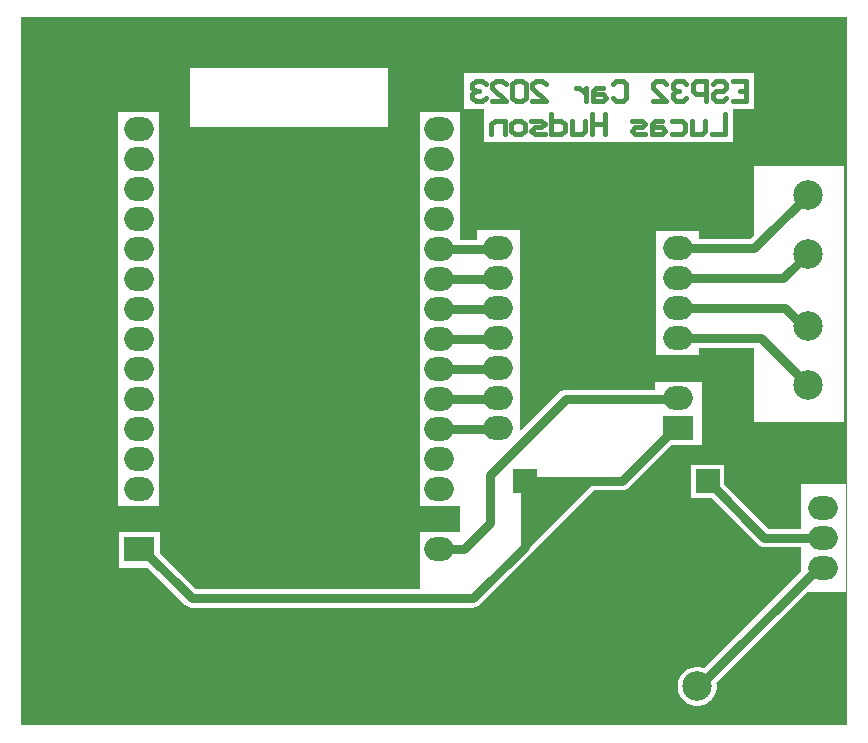
<source format=gbl>
%FSTAX24Y24*%
%MOMM*%
%SFA1B1*%

%IPPOS*%
%ADD10C,2.499995*%
%ADD11O,2.499995X1.999996*%
%ADD12R,2.499995X1.999996*%
%ADD13R,2.499995X1.999996*%
%ADD14O,2.499995X1.999996*%
%ADD15R,1.999996X1.999996*%
%ADD16C,1.999996*%
%ADD17C,4.999990*%
%ADD18C,0.759998*%
%ADD19C,0.399999*%
%LNpcb-1*%
%LPD*%
G36*
X699799Y0D02*
X0D01*
Y599399*
X699799*
Y0*
G37*
%LNpcb-2*%
%LPC*%
G36*
X311099Y556299D02*
X143499D01*
Y506699*
X311099*
Y556299*
G37*
G36*
X620999Y551999D02*
X375699D01*
Y521999*
X391899*
Y493999*
X603299*
Y521999*
X620999*
Y551999*
G37*
G36*
X697199Y473699D02*
X620999D01*
Y414899*
X617899Y411699*
X574299*
Y418599*
X537499*
Y407199*
Y313699*
X552599*
X553799Y313499*
X5588*
X559899Y313699*
X574299*
Y319799*
X620999*
Y256499*
X695999*
X697199Y257799*
Y473699*
G37*
G36*
X116799Y518999D02*
X082599D01*
Y185399*
X116799*
Y199299*
X116999Y200099*
X116799Y200999*
Y224699*
X116999Y225499*
X116799Y226399*
Y250099*
X116999Y250899*
X116799Y251799*
Y275499*
X116999Y276299*
X116799Y277199*
Y300899*
X116999Y301699*
X116799Y302599*
Y326299*
X116999Y327099*
X116799Y327999*
Y351699*
X116999Y352499*
X116799Y353399*
Y377099*
X116999Y377899*
X116799Y378799*
Y402499*
X116999Y403299*
X116799Y404199*
Y427899*
X116999Y428699*
X116799Y429599*
Y453299*
X116999Y454099*
X116799Y454999*
Y478699*
X116999Y479499*
X116799Y480399*
Y504099*
X116999Y504899*
X116799Y505799*
Y518999*
G37*
G36*
X372099Y519399D02*
X337799D01*
Y505799*
X337699Y504899*
X337799Y504099*
Y480399*
X337699Y479499*
X337799Y478699*
Y454999*
X337699Y454099*
X337799Y453299*
Y429599*
X337699Y428699*
X337799Y427899*
Y404199*
X337699Y403299*
X337799Y402499*
Y378799*
X337699Y377899*
X337799Y377099*
Y353399*
X337699Y352499*
X337799Y351699*
Y327999*
X337699Y327099*
X337799Y326299*
Y302599*
X337699Y301699*
X337799Y300899*
Y277199*
X337699Y276299*
X337799Y275499*
Y251799*
X337699Y250899*
X337799Y250099*
Y226399*
X337699Y225499*
X337799Y224699*
Y200999*
X337699Y200099*
X337799Y199299*
Y185399*
X372099*
Y163799*
X337799*
Y150199*
X337699Y149299*
X337799Y148499*
Y115599*
X336699Y115299*
X147999*
X117599Y145699*
Y163999*
X083299*
Y133499*
X107499*
X139199Y101799*
X140799Y100599*
X142699Y099799*
X144699Y099499*
X382999*
X384999Y099799*
X386899Y100599*
X388599Y101799*
X432199Y145499*
X433199Y146699*
X485299Y198899*
X509099*
X511099Y199199*
X511899Y199499*
X512999Y199899*
X514599Y201199*
X550899Y237499*
X572799*
X576599*
Y290799*
X559899*
X5588Y290999*
X553799*
X552599Y290799*
X537199*
Y284199*
X461699*
X459699Y283899*
X457799Y283099*
X456199Y281899*
X424099Y249799*
X422899Y250299*
Y4191*
X386099*
Y411199*
X372099*
Y519399*
G37*
G36*
X595699Y220799D02*
X567699D01*
Y192799*
X584499*
X624099Y153199*
X625699Y151899*
X627599Y151099*
X629699Y150899*
X6604*
Y129899*
X578899Y048299*
X577599Y048899*
X574399Y049499*
X571099*
X567999Y048899*
X564999Y047599*
X562299Y045799*
X559999Y043499*
X558099Y040799*
X556899Y037799*
X556299Y034599*
Y031399*
X556899Y028199*
X558099Y025199*
X559999Y022499*
X562299Y020199*
X564999Y018399*
X567999Y017199*
X571099Y016499*
X574399*
X577599Y017199*
X580599Y018399*
X583299Y020199*
X585599Y022499*
X587399Y025199*
X588599Y028199*
X589299Y031399*
Y034599*
X588999Y036199*
X665799Y112999*
X6985*
Y204499*
X6604*
Y166599*
X632899*
X595699Y203899*
Y220799*
G37*
%LNpcb-3*%
%LPD*%
G36*
X486599Y205899D02*
X427899Y147199D01*
X426699Y147699*
Y206699*
Y206799*
X486099Y207099*
X486599Y205899*
G37*
G54D10*
X666299Y287999D03*
Y337999D03*
Y398999D03*
Y448999D03*
X522799Y032999D03*
X572799D03*
G54D11*
X100299Y504899D03*
Y479499D03*
Y454099D03*
Y428699D03*
Y403299D03*
Y377899D03*
Y352499D03*
Y327099D03*
Y301699D03*
Y276299D03*
Y250899D03*
Y225499D03*
Y200099D03*
Y174699D03*
X354299Y149299D03*
Y174699D03*
Y200099D03*
Y225499D03*
Y250899D03*
Y276299D03*
Y301699D03*
Y327099D03*
Y352499D03*
Y377899D03*
Y403299D03*
Y428699D03*
Y454099D03*
Y479499D03*
Y504899D03*
X679399Y133399D03*
Y158799D03*
Y184199D03*
G54D12*
X100299Y149299D03*
G54D13*
X556299Y251499D03*
G54D14*
X403899Y429299D03*
Y403899D03*
Y378499D03*
Y353099D03*
Y327699D03*
Y302299D03*
Y276899D03*
Y251499D03*
X556299Y276899D03*
Y302299D03*
Y327699D03*
Y353099D03*
Y378499D03*
Y403899D03*
Y429299D03*
G54D15*
X426699Y206799D03*
X581699D03*
G54D16*
X426699Y111799D03*
X581699D03*
G54D17*
X049999Y549999D03*
X649999Y049999D03*
Y549999D03*
X049999Y049999D03*
G54D18*
X354299Y149299D02*
X375399D01*
X397499Y171499D02*
Y212099D01*
X375399Y149299D02*
X397499Y171499D01*
Y212099D02*
X461699Y276299D01*
X556299*
X553799Y251499D02*
X556299D01*
X426699Y206799D02*
X509099D01*
X553799Y251499*
X426699Y151099D02*
Y206799D01*
X382999Y107399D02*
X426699Y151099D01*
X392099Y077199D02*
X426699Y111799D01*
X103899Y077199D02*
X392099D01*
X428999Y109399D02*
X446399D01*
X426699Y111799D02*
X428999Y109399D01*
X446399D02*
X522799Y032999D01*
X580099Y090299D02*
Y110199D01*
X522799Y032999D02*
X580099Y090299D01*
Y110199D02*
X581699Y111799D01*
X629699Y158799D02*
X679399D01*
X581699Y206799D02*
X629699Y158799D01*
X574699Y032999D02*
X674999Y133399D01*
X679399*
X572799Y032999D02*
X574699D01*
X556299Y327699D02*
X626599D01*
X666299Y287999*
X647499Y353099D02*
X662599Y337999D01*
X556299Y353099D02*
X647499D01*
X662599Y337999D02*
X666299D01*
X645799Y378499D02*
X666299Y398999D01*
X556299Y378499D02*
X645799D01*
X556299Y403899D02*
X621199D01*
X666299Y448999*
X556299Y428699D02*
X556799Y429199D01*
X554199Y4318D02*
X556799Y429199D01*
X493999Y428699D02*
X556299D01*
X529599Y301699D02*
X556299D01*
X223499Y174699D02*
X354299D01*
X493999Y337299D02*
X529599Y301699D01*
X354299Y352499D02*
X403999D01*
X354299Y377899D02*
X403999D01*
X354299Y403299D02*
X403999D01*
X354299Y301699D02*
X403999D01*
X354299Y276299D02*
X403999D01*
X100299Y174699D02*
X223499D01*
X354299Y250899D02*
X403999D01*
X417799Y428699D02*
X493999D01*
Y337299D02*
Y428699D01*
X354299Y327099D02*
X403999D01*
X100299Y149299D02*
X102799D01*
X060999Y120099D02*
X103899Y077199D01*
X077499Y174699D02*
X100299D01*
X102799Y149299D02*
X144699Y107399D01*
X382999*
X060999Y158199D02*
X077499Y174699D01*
X060999Y120099D02*
Y158199D01*
G54D19*
X596699Y517599D02*
Y500599D01*
X585399*
X579699Y511899D02*
Y503399D01*
X576899Y500599*
X568399*
Y511899*
X551399D02*
X559899D01*
X562699Y509099*
Y503399*
X559899Y500599*
X551399*
X542899Y511899D02*
X537199D01*
X534399Y509099*
Y500599*
X542899*
X545699Y503399*
X542899Y506199*
X534399*
X528699Y500599D02*
X520199D01*
X517399Y503399*
X520199Y506199*
X525899*
X528699Y509099*
X525899Y511899*
X517399*
X494699Y517599D02*
Y500599D01*
Y509099*
X483399*
Y517599*
Y500599*
X477699Y511899D02*
Y503399D01*
X474899Y500599*
X466399*
Y511899*
X449399Y517599D02*
Y500599D01*
X457899*
X460799Y503399*
Y509099*
X457899Y511899*
X449399*
X443799Y500599D02*
X435299D01*
X432399Y503399*
X435299Y506199*
X440899*
X443799Y509099*
X440899Y511899*
X432399*
X423899Y500599D02*
X418299D01*
X415399Y503399*
Y509099*
X418299Y511899*
X423899*
X426799Y509099*
Y503399*
X423899Y500599*
X409799D02*
Y511899D01*
X401299*
X398399Y509099*
Y500599*
X603199Y545499D02*
X614499D01*
Y528499*
X603199*
X614499Y536999D02*
X608799D01*
X586199Y542699D02*
X588999Y545499D01*
X594699*
X597499Y542699*
Y539799*
X594699Y536999*
X588999*
X586199Y534199*
Y531299*
X588999Y528499*
X594699*
X597499Y531299*
X580499Y528499D02*
Y545499D01*
X571999*
X569199Y542699*
Y536999*
X571999Y534199*
X580499*
X563499Y542699D02*
X560699Y545499D01*
X554999*
X552199Y542699*
Y539799*
X554999Y536999*
X557799*
X554999*
X552199Y534199*
Y531299*
X554999Y528499*
X560699*
X563499Y531299*
X535199Y528499D02*
X546499D01*
X535199Y539799*
Y542699*
X537999Y545499*
X543699*
X546499Y542699*
X501199D02*
X503999Y545499D01*
X509699*
X512499Y542699*
Y531299*
X509699Y528499*
X503999*
X501199Y531299*
X492699Y539799D02*
X486999D01*
X484199Y536999*
Y528499*
X492699*
X495499Y531299*
X492699Y534199*
X484199*
X478499Y539799D02*
Y528499D01*
Y534199*
X475699Y536999*
X472899Y539799*
X469999*
X433199Y528499D02*
X4445D01*
X433199Y539799*
Y542699*
X435999Y545499*
X441699*
X4445Y542699*
X427599D02*
X424699Y545499D01*
X4191*
X416199Y542699*
Y531299*
X4191Y528499*
X424699*
X427599Y531299*
Y542699*
X399199Y528499D02*
X410599D01*
X399199Y539799*
Y542699*
X402099Y545499*
X407699*
X410599Y542699*
X393599D02*
X390699Y545499D01*
X385099*
X382199Y542699*
Y539799*
X385099Y536999*
X387899*
X385099*
X382199Y534199*
Y531299*
X385099Y528499*
X390699*
X393599Y531299*
M02*
</source>
